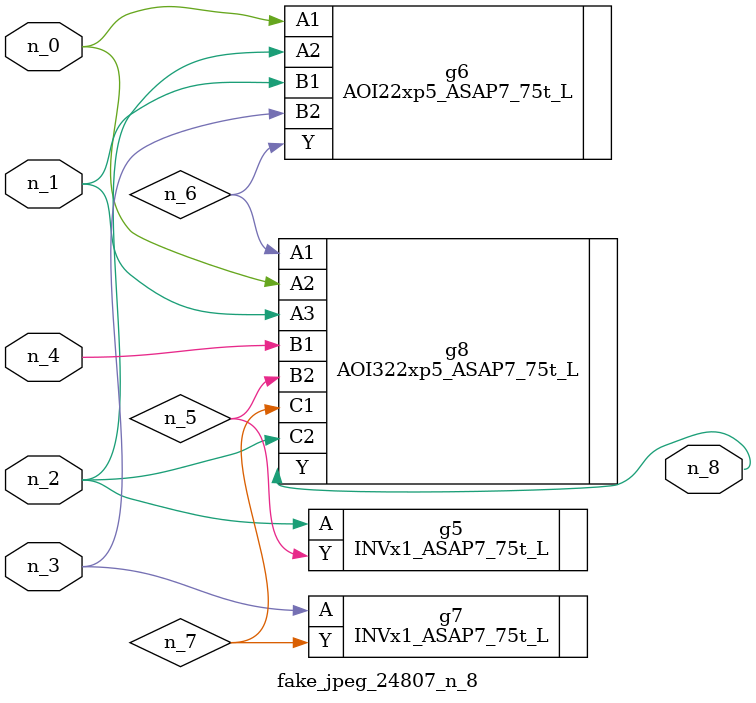
<source format=v>
module fake_jpeg_24807_n_8 (n_3, n_2, n_1, n_0, n_4, n_8);

input n_3;
input n_2;
input n_1;
input n_0;
input n_4;

output n_8;

wire n_6;
wire n_5;
wire n_7;

INVx1_ASAP7_75t_L g5 ( 
.A(n_2),
.Y(n_5)
);

AOI22xp5_ASAP7_75t_L g6 ( 
.A1(n_0),
.A2(n_2),
.B1(n_1),
.B2(n_3),
.Y(n_6)
);

INVx1_ASAP7_75t_L g7 ( 
.A(n_3),
.Y(n_7)
);

AOI322xp5_ASAP7_75t_L g8 ( 
.A1(n_6),
.A2(n_0),
.A3(n_1),
.B1(n_4),
.B2(n_5),
.C1(n_7),
.C2(n_2),
.Y(n_8)
);


endmodule
</source>
